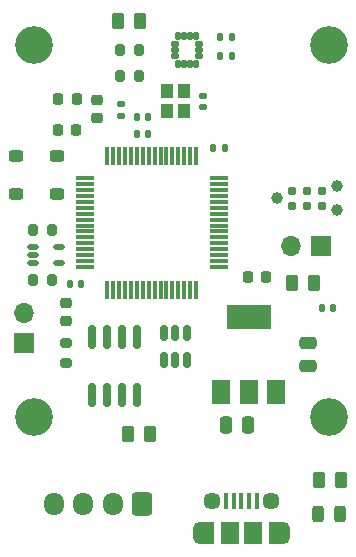
<source format=gts>
G04 #@! TF.GenerationSoftware,KiCad,Pcbnew,8.0.2*
G04 #@! TF.CreationDate,2025-01-25T00:12:53-07:00*
G04 #@! TF.ProjectId,SDM25_IMU_STM32,53444d32-355f-4494-9d55-5f53544d3332,rev?*
G04 #@! TF.SameCoordinates,Original*
G04 #@! TF.FileFunction,Soldermask,Top*
G04 #@! TF.FilePolarity,Negative*
%FSLAX46Y46*%
G04 Gerber Fmt 4.6, Leading zero omitted, Abs format (unit mm)*
G04 Created by KiCad (PCBNEW 8.0.2) date 2025-01-25 00:12:53*
%MOMM*%
%LPD*%
G01*
G04 APERTURE LIST*
G04 Aperture macros list*
%AMRoundRect*
0 Rectangle with rounded corners*
0 $1 Rounding radius*
0 $2 $3 $4 $5 $6 $7 $8 $9 X,Y pos of 4 corners*
0 Add a 4 corners polygon primitive as box body*
4,1,4,$2,$3,$4,$5,$6,$7,$8,$9,$2,$3,0*
0 Add four circle primitives for the rounded corners*
1,1,$1+$1,$2,$3*
1,1,$1+$1,$4,$5*
1,1,$1+$1,$6,$7*
1,1,$1+$1,$8,$9*
0 Add four rect primitives between the rounded corners*
20,1,$1+$1,$2,$3,$4,$5,0*
20,1,$1+$1,$4,$5,$6,$7,0*
20,1,$1+$1,$6,$7,$8,$9,0*
20,1,$1+$1,$8,$9,$2,$3,0*%
G04 Aperture macros list end*
%ADD10RoundRect,0.140000X0.140000X0.170000X-0.140000X0.170000X-0.140000X-0.170000X0.140000X-0.170000X0*%
%ADD11RoundRect,0.245000X-0.380000X0.245000X-0.380000X-0.245000X0.380000X-0.245000X0.380000X0.245000X0*%
%ADD12R,0.400000X1.350000*%
%ADD13O,1.200000X1.900000*%
%ADD14R,1.200000X1.900000*%
%ADD15C,1.450000*%
%ADD16R,1.500000X1.900000*%
%ADD17RoundRect,0.225000X0.225000X0.250000X-0.225000X0.250000X-0.225000X-0.250000X0.225000X-0.250000X0*%
%ADD18RoundRect,0.200000X0.275000X-0.200000X0.275000X0.200000X-0.275000X0.200000X-0.275000X-0.200000X0*%
%ADD19RoundRect,0.140000X-0.140000X-0.170000X0.140000X-0.170000X0.140000X0.170000X-0.140000X0.170000X0*%
%ADD20RoundRect,0.225000X-0.250000X0.225000X-0.250000X-0.225000X0.250000X-0.225000X0.250000X0.225000X0*%
%ADD21RoundRect,0.250000X0.475000X-0.250000X0.475000X0.250000X-0.475000X0.250000X-0.475000X-0.250000X0*%
%ADD22C,3.200000*%
%ADD23RoundRect,0.140000X0.170000X-0.140000X0.170000X0.140000X-0.170000X0.140000X-0.170000X-0.140000X0*%
%ADD24RoundRect,0.250000X-0.262500X-0.450000X0.262500X-0.450000X0.262500X0.450000X-0.262500X0.450000X0*%
%ADD25RoundRect,0.218750X0.218750X0.256250X-0.218750X0.256250X-0.218750X-0.256250X0.218750X-0.256250X0*%
%ADD26RoundRect,0.200000X0.200000X0.275000X-0.200000X0.275000X-0.200000X-0.275000X0.200000X-0.275000X0*%
%ADD27RoundRect,0.250000X-0.250000X-0.475000X0.250000X-0.475000X0.250000X0.475000X-0.250000X0.475000X0*%
%ADD28RoundRect,0.075000X-0.075000X0.700000X-0.075000X-0.700000X0.075000X-0.700000X0.075000X0.700000X0*%
%ADD29RoundRect,0.075000X-0.700000X0.075000X-0.700000X-0.075000X0.700000X-0.075000X0.700000X0.075000X0*%
%ADD30R,1.700000X1.700000*%
%ADD31O,1.700000X1.700000*%
%ADD32RoundRect,0.150000X-0.150000X0.825000X-0.150000X-0.825000X0.150000X-0.825000X0.150000X0.825000X0*%
%ADD33RoundRect,0.150000X0.150000X-0.512500X0.150000X0.512500X-0.150000X0.512500X-0.150000X-0.512500X0*%
%ADD34RoundRect,0.250000X0.600000X0.725000X-0.600000X0.725000X-0.600000X-0.725000X0.600000X-0.725000X0*%
%ADD35O,1.700000X1.950000*%
%ADD36R,1.000000X1.150000*%
%ADD37RoundRect,0.102000X0.150000X-0.240000X0.150000X0.240000X-0.150000X0.240000X-0.150000X-0.240000X0*%
%ADD38RoundRect,0.102000X0.240000X-0.150000X0.240000X0.150000X-0.240000X0.150000X-0.240000X-0.150000X0*%
%ADD39RoundRect,0.102000X-0.150000X0.240000X-0.150000X-0.240000X0.150000X-0.240000X0.150000X0.240000X0*%
%ADD40RoundRect,0.102000X-0.240000X0.150000X-0.240000X-0.150000X0.240000X-0.150000X0.240000X0.150000X0*%
%ADD41RoundRect,0.200000X-0.200000X-0.275000X0.200000X-0.275000X0.200000X0.275000X-0.200000X0.275000X0*%
%ADD42RoundRect,0.250000X0.262500X0.450000X-0.262500X0.450000X-0.262500X-0.450000X0.262500X-0.450000X0*%
%ADD43C,0.990600*%
%ADD44C,0.787400*%
%ADD45R,1.500000X2.000000*%
%ADD46R,3.800000X2.000000*%
%ADD47RoundRect,0.243750X-0.243750X-0.456250X0.243750X-0.456250X0.243750X0.456250X-0.243750X0.456250X0*%
%ADD48RoundRect,0.225000X0.250000X-0.225000X0.250000X0.225000X-0.250000X0.225000X-0.250000X-0.225000X0*%
%ADD49RoundRect,0.112500X-0.362500X-0.112500X0.362500X-0.112500X0.362500X0.112500X-0.362500X0.112500X0*%
G04 APERTURE END LIST*
D10*
X96680000Y-91025000D03*
X95720000Y-91025000D03*
D11*
X89000000Y-94390000D03*
X89000000Y-97610000D03*
D12*
X103300000Y-123537500D03*
X103950000Y-123537500D03*
X104600000Y-123537500D03*
X105250000Y-123537500D03*
X105900000Y-123537500D03*
D13*
X101100000Y-126237500D03*
D14*
X101700000Y-126237500D03*
D15*
X102100000Y-123537500D03*
D16*
X103600000Y-126237500D03*
X105600000Y-126237500D03*
D15*
X107100000Y-123537500D03*
D14*
X107500000Y-126237500D03*
D13*
X108100000Y-126237500D03*
D17*
X106675000Y-104600000D03*
X105125000Y-104600000D03*
D18*
X89725000Y-111875000D03*
X89725000Y-110225000D03*
D19*
X102220000Y-93700000D03*
X103180000Y-93700000D03*
D20*
X89750000Y-106775000D03*
X89750000Y-108325000D03*
D21*
X110200000Y-112125000D03*
X110200000Y-110225000D03*
D22*
X112000000Y-85000000D03*
D23*
X101350000Y-90230000D03*
X101350000Y-89270000D03*
D24*
X94187500Y-82950000D03*
X96012500Y-82950000D03*
D25*
X90660000Y-89575000D03*
X89085000Y-89575000D03*
D26*
X95925000Y-87600000D03*
X94275000Y-87600000D03*
D19*
X111420000Y-107250000D03*
X112380000Y-107250000D03*
D27*
X105150000Y-117175000D03*
D24*
X95012500Y-117875000D03*
X96837500Y-117875000D03*
D10*
X103780000Y-85900000D03*
X102820000Y-85900000D03*
D28*
X100750000Y-94325000D03*
X100250000Y-94325000D03*
X99750000Y-94325000D03*
X99250000Y-94325000D03*
X98750000Y-94325000D03*
X98250000Y-94325000D03*
X97750000Y-94325000D03*
X97250000Y-94325000D03*
X96750000Y-94325000D03*
X96250000Y-94325000D03*
X95750000Y-94325000D03*
X95250000Y-94325000D03*
X94750000Y-94325000D03*
X94250000Y-94325000D03*
X93750000Y-94325000D03*
X93250000Y-94325000D03*
D29*
X91325000Y-96250000D03*
X91325000Y-96750000D03*
X91325000Y-97250000D03*
X91325000Y-97750000D03*
X91325000Y-98250000D03*
X91325000Y-98750000D03*
X91325000Y-99250000D03*
X91325000Y-99750000D03*
X91325000Y-100250000D03*
X91325000Y-100750000D03*
X91325000Y-101250000D03*
X91325000Y-101750000D03*
X91325000Y-102250000D03*
X91325000Y-102750000D03*
X91325000Y-103250000D03*
X91325000Y-103750000D03*
D28*
X93750000Y-105675000D03*
X94250000Y-105675000D03*
X94750000Y-105675000D03*
X95250000Y-105675000D03*
X95750000Y-105675000D03*
X96250000Y-105675000D03*
X96750000Y-105675000D03*
X97250000Y-105675000D03*
X97750000Y-105675000D03*
X98250000Y-105675000D03*
X98750000Y-105675000D03*
X99250000Y-105675000D03*
X99750000Y-105675000D03*
X100250000Y-105675000D03*
X100750000Y-105675000D03*
D29*
X102675000Y-103750000D03*
X102675000Y-103250000D03*
X102675000Y-102750000D03*
X102675000Y-102250000D03*
X102675000Y-101750000D03*
X102675000Y-101250000D03*
X102675000Y-100750000D03*
X102675000Y-100250000D03*
X102675000Y-99750000D03*
X102675000Y-99250000D03*
X102675000Y-98750000D03*
X102675000Y-98250000D03*
X102675000Y-97750000D03*
X102675000Y-97250000D03*
X102675000Y-96750000D03*
X102675000Y-96250000D03*
D28*
X93250000Y-105675000D03*
D30*
X111375000Y-102000000D03*
D31*
X108835000Y-102000000D03*
D11*
X85500000Y-94390000D03*
X85500000Y-97610000D03*
D32*
X95765000Y-109675000D03*
X94495000Y-109675000D03*
X93225000Y-109675000D03*
X91955000Y-109675000D03*
X91955000Y-114625000D03*
X93225000Y-114625000D03*
X94495000Y-114625000D03*
X95765000Y-114625000D03*
D17*
X90597500Y-92175000D03*
X89047500Y-92175000D03*
D33*
X98050000Y-111637500D03*
X99000000Y-111637500D03*
X99950000Y-111637500D03*
X99950000Y-109362500D03*
X99000000Y-109362500D03*
X98050000Y-109362500D03*
D34*
X96200000Y-123850000D03*
D35*
X93700000Y-123850000D03*
X91200000Y-123850000D03*
X88700000Y-123850000D03*
D36*
X99725000Y-90575000D03*
X99725000Y-88825000D03*
X98325000Y-88825000D03*
X98325000Y-90575000D03*
D37*
X99250000Y-86562500D03*
X99750000Y-86562500D03*
X100250000Y-86562500D03*
X100750000Y-86562500D03*
D38*
X101000000Y-85900000D03*
X101000000Y-85400000D03*
X101000000Y-84900000D03*
D39*
X100750000Y-84237500D03*
X100250000Y-84237500D03*
X99750000Y-84237500D03*
X99250000Y-84237500D03*
D40*
X99000000Y-84900000D03*
X99000000Y-85400000D03*
X99000000Y-85900000D03*
D41*
X86950000Y-100625000D03*
X88600000Y-100625000D03*
D22*
X87000000Y-85000000D03*
D42*
X113012500Y-121800000D03*
X111187500Y-121800000D03*
D19*
X90070000Y-105200000D03*
X91030000Y-105200000D03*
D43*
X107620000Y-97934000D03*
X112700000Y-96918000D03*
X112700000Y-98950000D03*
D44*
X108890000Y-98569000D03*
X108890000Y-97299000D03*
X110160000Y-98569000D03*
X110160000Y-97299000D03*
X111430000Y-98569000D03*
X111430000Y-97299000D03*
D19*
X95720000Y-92500000D03*
X96680000Y-92500000D03*
X102820000Y-84250000D03*
X103780000Y-84250000D03*
D27*
X103250000Y-117175000D03*
D30*
X86225000Y-110175000D03*
D31*
X86225000Y-107635000D03*
D26*
X95925000Y-85400000D03*
X94275000Y-85400000D03*
D45*
X102900000Y-114325000D03*
X105200000Y-114325000D03*
D46*
X105200000Y-108025000D03*
D45*
X107500000Y-114325000D03*
D42*
X110712500Y-105100000D03*
X108887500Y-105100000D03*
D23*
X94422500Y-90955000D03*
X94422500Y-89995000D03*
D47*
X111062500Y-124700000D03*
X112937500Y-124700000D03*
D41*
X86950000Y-104900000D03*
X88600000Y-104900000D03*
D48*
X92372500Y-91150000D03*
X92372500Y-89600000D03*
D27*
X103250000Y-117175000D03*
X105150000Y-117175000D03*
D22*
X87000000Y-116500000D03*
D49*
X86957192Y-102100000D03*
X86957192Y-102750000D03*
X86957192Y-103400000D03*
X89157192Y-103400000D03*
X89157192Y-102100000D03*
D22*
X112000000Y-116500000D03*
M02*

</source>
